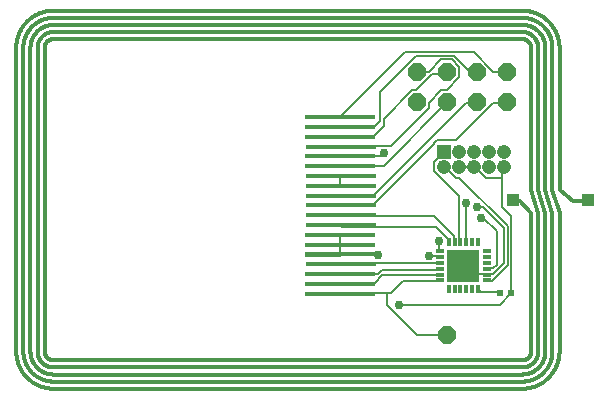
<source format=gbr>
G04 EAGLE Gerber RS-274X export*
G75*
%MOMM*%
%FSLAX34Y34*%
%LPD*%
%INTop Copper*%
%IPPOS*%
%AMOC8*
5,1,8,0,0,1.08239X$1,22.5*%
G01*
G04 Define Apertures*
%ADD10C,0.299000*%
%ADD11R,1.108000X1.108000*%
%ADD12R,0.560000X0.629100*%
%ADD13R,0.300000X0.800000*%
%ADD14R,0.800000X0.300000*%
%ADD15R,2.750000X2.750000*%
%ADD16R,1.208000X1.208000*%
%ADD17C,1.208000*%
%ADD18P,1.64956X8X22.5*%
%ADD19R,6.000000X0.410000*%
%ADD20C,0.152400*%
%ADD21C,0.756400*%
D10*
X519050Y501760D02*
X913850Y501760D01*
X916050Y501760D01*
X916050Y229760D02*
X913850Y229760D01*
X519050Y229760D01*
X511550Y237260D02*
X511550Y494260D01*
X511552Y494441D01*
X511559Y494622D01*
X511570Y494803D01*
X511585Y494984D01*
X511605Y495164D01*
X511629Y495344D01*
X511657Y495523D01*
X511690Y495701D01*
X511727Y495878D01*
X511768Y496055D01*
X511813Y496230D01*
X511863Y496405D01*
X511917Y496578D01*
X511975Y496749D01*
X512037Y496920D01*
X512104Y497088D01*
X512174Y497255D01*
X512248Y497421D01*
X512327Y497584D01*
X512409Y497745D01*
X512495Y497905D01*
X512585Y498062D01*
X512679Y498217D01*
X512776Y498370D01*
X512878Y498520D01*
X512982Y498668D01*
X513091Y498814D01*
X513202Y498956D01*
X513318Y499096D01*
X513436Y499233D01*
X513558Y499368D01*
X513683Y499499D01*
X513811Y499627D01*
X513942Y499752D01*
X514077Y499874D01*
X514214Y499992D01*
X514354Y500108D01*
X514496Y500219D01*
X514642Y500328D01*
X514790Y500432D01*
X514940Y500534D01*
X515093Y500631D01*
X515248Y500725D01*
X515405Y500815D01*
X515565Y500901D01*
X515726Y500983D01*
X515889Y501062D01*
X516055Y501136D01*
X516222Y501206D01*
X516390Y501273D01*
X516561Y501335D01*
X516732Y501393D01*
X516905Y501447D01*
X517080Y501497D01*
X517255Y501542D01*
X517432Y501583D01*
X517609Y501620D01*
X517787Y501653D01*
X517966Y501681D01*
X518146Y501705D01*
X518326Y501725D01*
X518507Y501740D01*
X518688Y501751D01*
X518869Y501758D01*
X519050Y501760D01*
X511550Y237260D02*
X511552Y237079D01*
X511559Y236898D01*
X511570Y236717D01*
X511585Y236536D01*
X511605Y236356D01*
X511629Y236176D01*
X511657Y235997D01*
X511690Y235819D01*
X511727Y235642D01*
X511768Y235465D01*
X511813Y235290D01*
X511863Y235115D01*
X511917Y234942D01*
X511975Y234771D01*
X512037Y234600D01*
X512104Y234432D01*
X512174Y234265D01*
X512248Y234099D01*
X512327Y233936D01*
X512409Y233775D01*
X512495Y233615D01*
X512585Y233458D01*
X512679Y233303D01*
X512776Y233150D01*
X512878Y233000D01*
X512982Y232852D01*
X513091Y232706D01*
X513202Y232564D01*
X513318Y232424D01*
X513436Y232287D01*
X513558Y232152D01*
X513683Y232021D01*
X513811Y231893D01*
X513942Y231768D01*
X514077Y231646D01*
X514214Y231528D01*
X514354Y231412D01*
X514496Y231301D01*
X514642Y231192D01*
X514790Y231088D01*
X514940Y230986D01*
X515093Y230889D01*
X515248Y230795D01*
X515405Y230705D01*
X515565Y230619D01*
X515726Y230537D01*
X515889Y230458D01*
X516055Y230384D01*
X516222Y230314D01*
X516390Y230247D01*
X516561Y230185D01*
X516732Y230127D01*
X516905Y230073D01*
X517080Y230023D01*
X517255Y229978D01*
X517432Y229937D01*
X517609Y229900D01*
X517787Y229867D01*
X517966Y229839D01*
X518146Y229815D01*
X518326Y229795D01*
X518507Y229780D01*
X518688Y229769D01*
X518869Y229762D01*
X519050Y229760D01*
X916050Y229760D02*
X916231Y229762D01*
X916412Y229769D01*
X916593Y229780D01*
X916774Y229795D01*
X916954Y229815D01*
X917134Y229839D01*
X917313Y229867D01*
X917491Y229900D01*
X917668Y229937D01*
X917845Y229978D01*
X918020Y230023D01*
X918195Y230073D01*
X918368Y230127D01*
X918539Y230185D01*
X918710Y230247D01*
X918878Y230314D01*
X919045Y230384D01*
X919211Y230458D01*
X919374Y230537D01*
X919535Y230619D01*
X919695Y230705D01*
X919852Y230795D01*
X920007Y230889D01*
X920160Y230986D01*
X920310Y231088D01*
X920458Y231192D01*
X920604Y231301D01*
X920746Y231412D01*
X920886Y231528D01*
X921023Y231646D01*
X921158Y231768D01*
X921289Y231893D01*
X921417Y232021D01*
X921542Y232152D01*
X921664Y232287D01*
X921782Y232424D01*
X921898Y232564D01*
X922009Y232706D01*
X922118Y232852D01*
X922222Y233000D01*
X922324Y233150D01*
X922421Y233303D01*
X922515Y233458D01*
X922605Y233615D01*
X922691Y233775D01*
X922773Y233936D01*
X922852Y234099D01*
X922926Y234265D01*
X922996Y234432D01*
X923063Y234600D01*
X923125Y234771D01*
X923183Y234942D01*
X923237Y235115D01*
X923287Y235290D01*
X923332Y235465D01*
X923373Y235642D01*
X923410Y235819D01*
X923443Y235997D01*
X923471Y236176D01*
X923495Y236356D01*
X923515Y236536D01*
X923530Y236717D01*
X923541Y236898D01*
X923548Y237079D01*
X923550Y237260D01*
X923550Y494260D02*
X923548Y494441D01*
X923541Y494622D01*
X923530Y494803D01*
X923515Y494984D01*
X923495Y495164D01*
X923471Y495344D01*
X923443Y495523D01*
X923410Y495701D01*
X923373Y495878D01*
X923332Y496055D01*
X923287Y496230D01*
X923237Y496405D01*
X923183Y496578D01*
X923125Y496749D01*
X923063Y496920D01*
X922996Y497088D01*
X922926Y497255D01*
X922852Y497421D01*
X922773Y497584D01*
X922691Y497745D01*
X922605Y497905D01*
X922515Y498062D01*
X922421Y498217D01*
X922324Y498370D01*
X922222Y498520D01*
X922118Y498668D01*
X922009Y498814D01*
X921898Y498956D01*
X921782Y499096D01*
X921664Y499233D01*
X921542Y499368D01*
X921417Y499499D01*
X921289Y499627D01*
X921158Y499752D01*
X921023Y499874D01*
X920886Y499992D01*
X920746Y500108D01*
X920604Y500219D01*
X920458Y500328D01*
X920310Y500432D01*
X920160Y500534D01*
X920007Y500631D01*
X919852Y500725D01*
X919695Y500815D01*
X919535Y500901D01*
X919374Y500983D01*
X919211Y501062D01*
X919045Y501136D01*
X918878Y501206D01*
X918710Y501273D01*
X918539Y501335D01*
X918368Y501393D01*
X918195Y501447D01*
X918020Y501497D01*
X917845Y501542D01*
X917668Y501583D01*
X917491Y501620D01*
X917313Y501653D01*
X917134Y501681D01*
X916954Y501705D01*
X916774Y501725D01*
X916593Y501740D01*
X916412Y501751D01*
X916231Y501758D01*
X916050Y501760D01*
X916050Y507760D02*
X916376Y507756D01*
X916702Y507744D01*
X917028Y507725D01*
X917353Y507697D01*
X917677Y507662D01*
X918001Y507618D01*
X918323Y507567D01*
X918644Y507508D01*
X918963Y507442D01*
X919281Y507368D01*
X919597Y507286D01*
X919910Y507196D01*
X920222Y507099D01*
X920531Y506995D01*
X920837Y506883D01*
X921141Y506763D01*
X921441Y506637D01*
X921739Y506503D01*
X922033Y506362D01*
X922324Y506214D01*
X922611Y506059D01*
X922894Y505897D01*
X923173Y505728D01*
X923448Y505552D01*
X923719Y505370D01*
X923985Y505182D01*
X924247Y504987D01*
X924504Y504786D01*
X924755Y504578D01*
X925002Y504365D01*
X925244Y504146D01*
X925480Y503921D01*
X925711Y503690D01*
X925936Y503454D01*
X926155Y503212D01*
X926368Y502965D01*
X926576Y502714D01*
X926777Y502457D01*
X926972Y502195D01*
X927160Y501929D01*
X927342Y501658D01*
X927518Y501383D01*
X927687Y501104D01*
X927849Y500821D01*
X928004Y500534D01*
X928152Y500243D01*
X928293Y499949D01*
X928427Y499651D01*
X928553Y499351D01*
X928673Y499047D01*
X928785Y498741D01*
X928889Y498432D01*
X928986Y498120D01*
X929076Y497807D01*
X929158Y497491D01*
X929232Y497173D01*
X929298Y496854D01*
X929357Y496533D01*
X929408Y496211D01*
X929452Y495887D01*
X929487Y495563D01*
X929515Y495238D01*
X929534Y494912D01*
X929546Y494586D01*
X929550Y494260D01*
X916050Y507760D02*
X519050Y507760D01*
X518724Y507756D01*
X518398Y507744D01*
X518072Y507725D01*
X517747Y507697D01*
X517423Y507662D01*
X517099Y507618D01*
X516777Y507567D01*
X516456Y507508D01*
X516137Y507442D01*
X515819Y507368D01*
X515503Y507286D01*
X515190Y507196D01*
X514878Y507099D01*
X514569Y506995D01*
X514263Y506883D01*
X513959Y506763D01*
X513659Y506637D01*
X513361Y506503D01*
X513067Y506362D01*
X512776Y506214D01*
X512489Y506059D01*
X512206Y505897D01*
X511927Y505728D01*
X511652Y505552D01*
X511381Y505370D01*
X511115Y505182D01*
X510853Y504987D01*
X510596Y504786D01*
X510345Y504578D01*
X510098Y504365D01*
X509856Y504146D01*
X509620Y503921D01*
X509389Y503690D01*
X509164Y503454D01*
X508945Y503212D01*
X508732Y502965D01*
X508524Y502714D01*
X508323Y502457D01*
X508128Y502195D01*
X507940Y501929D01*
X507758Y501658D01*
X507582Y501383D01*
X507413Y501104D01*
X507251Y500821D01*
X507096Y500534D01*
X506948Y500243D01*
X506807Y499949D01*
X506673Y499651D01*
X506547Y499351D01*
X506427Y499047D01*
X506315Y498741D01*
X506211Y498432D01*
X506114Y498120D01*
X506024Y497807D01*
X505942Y497491D01*
X505868Y497173D01*
X505802Y496854D01*
X505743Y496533D01*
X505692Y496211D01*
X505648Y495887D01*
X505613Y495563D01*
X505585Y495238D01*
X505566Y494912D01*
X505554Y494586D01*
X505550Y494260D01*
X505550Y237260D01*
X505554Y236934D01*
X505566Y236608D01*
X505585Y236282D01*
X505613Y235957D01*
X505648Y235633D01*
X505692Y235309D01*
X505743Y234987D01*
X505802Y234666D01*
X505868Y234347D01*
X505942Y234029D01*
X506024Y233713D01*
X506114Y233400D01*
X506211Y233088D01*
X506315Y232779D01*
X506427Y232473D01*
X506547Y232169D01*
X506673Y231869D01*
X506807Y231571D01*
X506948Y231277D01*
X507096Y230986D01*
X507251Y230699D01*
X507413Y230416D01*
X507582Y230137D01*
X507758Y229862D01*
X507940Y229591D01*
X508128Y229325D01*
X508323Y229063D01*
X508524Y228806D01*
X508732Y228555D01*
X508945Y228308D01*
X509164Y228066D01*
X509389Y227830D01*
X509620Y227599D01*
X509856Y227374D01*
X510098Y227155D01*
X510345Y226942D01*
X510596Y226734D01*
X510853Y226533D01*
X511115Y226338D01*
X511381Y226150D01*
X511652Y225968D01*
X511927Y225792D01*
X512206Y225623D01*
X512489Y225461D01*
X512776Y225306D01*
X513067Y225158D01*
X513361Y225017D01*
X513659Y224883D01*
X513959Y224757D01*
X514263Y224637D01*
X514569Y224525D01*
X514878Y224421D01*
X515190Y224324D01*
X515503Y224234D01*
X515819Y224152D01*
X516137Y224078D01*
X516456Y224012D01*
X516777Y223953D01*
X517099Y223902D01*
X517423Y223858D01*
X517747Y223823D01*
X518072Y223795D01*
X518398Y223776D01*
X518724Y223764D01*
X519050Y223760D01*
X916050Y223760D01*
X916376Y223764D01*
X916702Y223776D01*
X917028Y223795D01*
X917353Y223823D01*
X917677Y223858D01*
X918001Y223902D01*
X918323Y223953D01*
X918644Y224012D01*
X918963Y224078D01*
X919281Y224152D01*
X919597Y224234D01*
X919910Y224324D01*
X920222Y224421D01*
X920531Y224525D01*
X920837Y224637D01*
X921141Y224757D01*
X921441Y224883D01*
X921739Y225017D01*
X922033Y225158D01*
X922324Y225306D01*
X922611Y225461D01*
X922894Y225623D01*
X923173Y225792D01*
X923448Y225968D01*
X923719Y226150D01*
X923985Y226338D01*
X924247Y226533D01*
X924504Y226734D01*
X924755Y226942D01*
X925002Y227155D01*
X925244Y227374D01*
X925480Y227599D01*
X925711Y227830D01*
X925936Y228066D01*
X926155Y228308D01*
X926368Y228555D01*
X926576Y228806D01*
X926777Y229063D01*
X926972Y229325D01*
X927160Y229591D01*
X927342Y229862D01*
X927518Y230137D01*
X927687Y230416D01*
X927849Y230699D01*
X928004Y230986D01*
X928152Y231277D01*
X928293Y231571D01*
X928427Y231869D01*
X928553Y232169D01*
X928673Y232473D01*
X928785Y232779D01*
X928889Y233088D01*
X928986Y233400D01*
X929076Y233713D01*
X929158Y234029D01*
X929232Y234347D01*
X929298Y234666D01*
X929357Y234987D01*
X929408Y235309D01*
X929452Y235633D01*
X929487Y235957D01*
X929515Y236282D01*
X929534Y236608D01*
X929546Y236934D01*
X929550Y237260D01*
X935550Y494260D02*
X935544Y494731D01*
X935527Y495202D01*
X935499Y495672D01*
X935459Y496142D01*
X935408Y496610D01*
X935345Y497078D01*
X935272Y497543D01*
X935187Y498006D01*
X935091Y498468D01*
X934983Y498927D01*
X934865Y499383D01*
X934736Y499836D01*
X934596Y500286D01*
X934445Y500732D01*
X934283Y501175D01*
X934110Y501613D01*
X933927Y502048D01*
X933734Y502477D01*
X933530Y502902D01*
X933316Y503322D01*
X933092Y503737D01*
X932858Y504146D01*
X932615Y504549D01*
X932361Y504946D01*
X932098Y505337D01*
X931826Y505722D01*
X931544Y506100D01*
X931254Y506471D01*
X930954Y506834D01*
X930646Y507191D01*
X930329Y507540D01*
X930004Y507881D01*
X929671Y508214D01*
X929330Y508539D01*
X928981Y508856D01*
X928624Y509164D01*
X928261Y509464D01*
X927890Y509754D01*
X927512Y510036D01*
X927127Y510308D01*
X926736Y510571D01*
X926339Y510825D01*
X925936Y511068D01*
X925527Y511302D01*
X925112Y511526D01*
X924692Y511740D01*
X924267Y511944D01*
X923838Y512137D01*
X923403Y512320D01*
X922965Y512493D01*
X922522Y512655D01*
X922076Y512806D01*
X921626Y512946D01*
X921173Y513075D01*
X920717Y513193D01*
X920258Y513301D01*
X919796Y513397D01*
X919333Y513482D01*
X918868Y513555D01*
X918400Y513618D01*
X917932Y513669D01*
X917462Y513709D01*
X916992Y513737D01*
X916521Y513754D01*
X916050Y513760D01*
X519050Y513760D01*
X518579Y513754D01*
X518108Y513737D01*
X517638Y513709D01*
X517168Y513669D01*
X516700Y513618D01*
X516232Y513555D01*
X515767Y513482D01*
X515304Y513397D01*
X514842Y513301D01*
X514383Y513193D01*
X513927Y513075D01*
X513474Y512946D01*
X513024Y512806D01*
X512578Y512655D01*
X512135Y512493D01*
X511697Y512320D01*
X511262Y512137D01*
X510833Y511944D01*
X510408Y511740D01*
X509988Y511526D01*
X509573Y511302D01*
X509164Y511068D01*
X508761Y510825D01*
X508364Y510571D01*
X507973Y510308D01*
X507588Y510036D01*
X507210Y509754D01*
X506839Y509464D01*
X506476Y509164D01*
X506119Y508856D01*
X505770Y508539D01*
X505429Y508214D01*
X505096Y507881D01*
X504771Y507540D01*
X504454Y507191D01*
X504146Y506834D01*
X503846Y506471D01*
X503556Y506100D01*
X503274Y505722D01*
X503002Y505337D01*
X502739Y504946D01*
X502485Y504549D01*
X502242Y504146D01*
X502008Y503737D01*
X501784Y503322D01*
X501570Y502902D01*
X501366Y502477D01*
X501173Y502048D01*
X500990Y501613D01*
X500817Y501175D01*
X500655Y500732D01*
X500504Y500286D01*
X500364Y499836D01*
X500235Y499383D01*
X500117Y498927D01*
X500009Y498468D01*
X499913Y498006D01*
X499828Y497543D01*
X499755Y497078D01*
X499692Y496610D01*
X499641Y496142D01*
X499601Y495672D01*
X499573Y495202D01*
X499556Y494731D01*
X499550Y494260D01*
X499550Y237260D01*
X499556Y236789D01*
X499573Y236318D01*
X499601Y235848D01*
X499641Y235378D01*
X499692Y234910D01*
X499755Y234442D01*
X499828Y233977D01*
X499913Y233514D01*
X500009Y233052D01*
X500117Y232593D01*
X500235Y232137D01*
X500364Y231684D01*
X500504Y231234D01*
X500655Y230788D01*
X500817Y230345D01*
X500990Y229907D01*
X501173Y229472D01*
X501366Y229043D01*
X501570Y228618D01*
X501784Y228198D01*
X502008Y227783D01*
X502242Y227374D01*
X502485Y226971D01*
X502739Y226574D01*
X503002Y226183D01*
X503274Y225798D01*
X503556Y225420D01*
X503846Y225049D01*
X504146Y224686D01*
X504454Y224329D01*
X504771Y223980D01*
X505096Y223639D01*
X505429Y223306D01*
X505770Y222981D01*
X506119Y222664D01*
X506476Y222356D01*
X506839Y222056D01*
X507210Y221766D01*
X507588Y221484D01*
X507973Y221212D01*
X508364Y220949D01*
X508761Y220695D01*
X509164Y220452D01*
X509573Y220218D01*
X509988Y219994D01*
X510408Y219780D01*
X510833Y219576D01*
X511262Y219383D01*
X511697Y219200D01*
X512135Y219027D01*
X512578Y218865D01*
X513024Y218714D01*
X513474Y218574D01*
X513927Y218445D01*
X514383Y218327D01*
X514842Y218219D01*
X515304Y218123D01*
X515767Y218038D01*
X516232Y217965D01*
X516700Y217902D01*
X517168Y217851D01*
X517638Y217811D01*
X518108Y217783D01*
X518579Y217766D01*
X519050Y217760D01*
X916050Y217760D01*
X916521Y217766D01*
X916992Y217783D01*
X917462Y217811D01*
X917932Y217851D01*
X918400Y217902D01*
X918868Y217965D01*
X919333Y218038D01*
X919796Y218123D01*
X920258Y218219D01*
X920717Y218327D01*
X921173Y218445D01*
X921626Y218574D01*
X922076Y218714D01*
X922522Y218865D01*
X922965Y219027D01*
X923403Y219200D01*
X923838Y219383D01*
X924267Y219576D01*
X924692Y219780D01*
X925112Y219994D01*
X925527Y220218D01*
X925936Y220452D01*
X926339Y220695D01*
X926736Y220949D01*
X927127Y221212D01*
X927512Y221484D01*
X927890Y221766D01*
X928261Y222056D01*
X928624Y222356D01*
X928981Y222664D01*
X929330Y222981D01*
X929671Y223306D01*
X930004Y223639D01*
X930329Y223980D01*
X930646Y224329D01*
X930954Y224686D01*
X931254Y225049D01*
X931544Y225420D01*
X931826Y225798D01*
X932098Y226183D01*
X932361Y226574D01*
X932615Y226971D01*
X932858Y227374D01*
X933092Y227783D01*
X933316Y228198D01*
X933530Y228618D01*
X933734Y229043D01*
X933927Y229472D01*
X934110Y229907D01*
X934283Y230345D01*
X934445Y230788D01*
X934596Y231234D01*
X934736Y231684D01*
X934865Y232137D01*
X934983Y232593D01*
X935091Y233052D01*
X935187Y233514D01*
X935272Y233977D01*
X935345Y234442D01*
X935408Y234910D01*
X935459Y235378D01*
X935499Y235848D01*
X935527Y236318D01*
X935544Y236789D01*
X935550Y237260D01*
X941550Y494260D02*
X941543Y494876D01*
X941520Y495492D01*
X941483Y496107D01*
X941431Y496721D01*
X941364Y497334D01*
X941282Y497944D01*
X941186Y498553D01*
X941075Y499159D01*
X940949Y499762D01*
X940809Y500363D01*
X940654Y500959D01*
X940485Y501552D01*
X940302Y502140D01*
X940104Y502724D01*
X939893Y503302D01*
X939667Y503876D01*
X939428Y504444D01*
X939175Y505006D01*
X938909Y505561D01*
X938629Y506110D01*
X938336Y506653D01*
X938030Y507187D01*
X937711Y507715D01*
X937380Y508234D01*
X937036Y508746D01*
X936680Y509249D01*
X936312Y509743D01*
X935932Y510228D01*
X935540Y510703D01*
X935137Y511170D01*
X934723Y511626D01*
X934298Y512072D01*
X933862Y512508D01*
X933416Y512933D01*
X932960Y513347D01*
X932493Y513750D01*
X932018Y514142D01*
X931533Y514522D01*
X931039Y514890D01*
X930536Y515246D01*
X930024Y515590D01*
X929505Y515921D01*
X928977Y516240D01*
X928443Y516546D01*
X927900Y516839D01*
X927351Y517119D01*
X926796Y517385D01*
X926234Y517638D01*
X925666Y517877D01*
X925092Y518103D01*
X924514Y518314D01*
X923930Y518512D01*
X923342Y518695D01*
X922749Y518864D01*
X922153Y519019D01*
X921552Y519159D01*
X920949Y519285D01*
X920343Y519396D01*
X919734Y519492D01*
X919124Y519574D01*
X918511Y519641D01*
X917897Y519693D01*
X917282Y519730D01*
X916666Y519753D01*
X916050Y519760D01*
X519050Y519760D01*
X518434Y519753D01*
X517818Y519730D01*
X517203Y519693D01*
X516589Y519641D01*
X515976Y519574D01*
X515366Y519492D01*
X514757Y519396D01*
X514151Y519285D01*
X513548Y519159D01*
X512947Y519019D01*
X512351Y518864D01*
X511758Y518695D01*
X511170Y518512D01*
X510586Y518314D01*
X510008Y518103D01*
X509434Y517877D01*
X508866Y517638D01*
X508304Y517385D01*
X507749Y517119D01*
X507200Y516839D01*
X506657Y516546D01*
X506123Y516240D01*
X505595Y515921D01*
X505076Y515590D01*
X504564Y515246D01*
X504061Y514890D01*
X503567Y514522D01*
X503082Y514142D01*
X502607Y513750D01*
X502140Y513347D01*
X501684Y512933D01*
X501238Y512508D01*
X500802Y512072D01*
X500377Y511626D01*
X499963Y511170D01*
X499560Y510703D01*
X499168Y510228D01*
X498788Y509743D01*
X498420Y509249D01*
X498064Y508746D01*
X497720Y508234D01*
X497389Y507715D01*
X497070Y507187D01*
X496764Y506653D01*
X496471Y506110D01*
X496191Y505561D01*
X495925Y505006D01*
X495672Y504444D01*
X495433Y503876D01*
X495207Y503302D01*
X494996Y502724D01*
X494798Y502140D01*
X494615Y501552D01*
X494446Y500959D01*
X494291Y500363D01*
X494151Y499762D01*
X494025Y499159D01*
X493914Y498553D01*
X493818Y497944D01*
X493736Y497334D01*
X493669Y496721D01*
X493617Y496107D01*
X493580Y495492D01*
X493557Y494876D01*
X493550Y494260D01*
X493550Y237260D01*
X493557Y236644D01*
X493580Y236028D01*
X493617Y235413D01*
X493669Y234799D01*
X493736Y234186D01*
X493818Y233576D01*
X493914Y232967D01*
X494025Y232361D01*
X494151Y231758D01*
X494291Y231157D01*
X494446Y230561D01*
X494615Y229968D01*
X494798Y229380D01*
X494996Y228796D01*
X495207Y228218D01*
X495433Y227644D01*
X495672Y227076D01*
X495925Y226514D01*
X496191Y225959D01*
X496471Y225410D01*
X496764Y224867D01*
X497070Y224333D01*
X497389Y223805D01*
X497720Y223286D01*
X498064Y222774D01*
X498420Y222271D01*
X498788Y221777D01*
X499168Y221292D01*
X499560Y220817D01*
X499963Y220350D01*
X500377Y219894D01*
X500802Y219448D01*
X501238Y219012D01*
X501684Y218587D01*
X502140Y218173D01*
X502607Y217770D01*
X503082Y217378D01*
X503567Y216998D01*
X504061Y216630D01*
X504564Y216274D01*
X505076Y215930D01*
X505595Y215599D01*
X506123Y215280D01*
X506657Y214974D01*
X507200Y214681D01*
X507749Y214401D01*
X508304Y214135D01*
X508866Y213882D01*
X509434Y213643D01*
X510008Y213417D01*
X510586Y213206D01*
X511170Y213008D01*
X511758Y212825D01*
X512351Y212656D01*
X512947Y212501D01*
X513548Y212361D01*
X514151Y212235D01*
X514757Y212124D01*
X515366Y212028D01*
X515976Y211946D01*
X516589Y211879D01*
X517203Y211827D01*
X517818Y211790D01*
X518434Y211767D01*
X519050Y211760D01*
X916050Y211760D01*
X916666Y211767D01*
X917282Y211790D01*
X917897Y211827D01*
X918511Y211879D01*
X919124Y211946D01*
X919734Y212028D01*
X920343Y212124D01*
X920949Y212235D01*
X921552Y212361D01*
X922153Y212501D01*
X922749Y212656D01*
X923342Y212825D01*
X923930Y213008D01*
X924514Y213206D01*
X925092Y213417D01*
X925666Y213643D01*
X926234Y213882D01*
X926796Y214135D01*
X927351Y214401D01*
X927900Y214681D01*
X928443Y214974D01*
X928977Y215280D01*
X929505Y215599D01*
X930024Y215930D01*
X930536Y216274D01*
X931039Y216630D01*
X931533Y216998D01*
X932018Y217378D01*
X932493Y217770D01*
X932960Y218173D01*
X933416Y218587D01*
X933862Y219012D01*
X934298Y219448D01*
X934723Y219894D01*
X935137Y220350D01*
X935540Y220817D01*
X935932Y221292D01*
X936312Y221777D01*
X936680Y222271D01*
X937036Y222774D01*
X937380Y223286D01*
X937711Y223805D01*
X938030Y224333D01*
X938336Y224867D01*
X938629Y225410D01*
X938909Y225959D01*
X939175Y226514D01*
X939428Y227076D01*
X939667Y227644D01*
X939893Y228218D01*
X940104Y228796D01*
X940302Y229380D01*
X940485Y229968D01*
X940654Y230561D01*
X940809Y231157D01*
X940949Y231758D01*
X941075Y232361D01*
X941186Y232967D01*
X941282Y233576D01*
X941364Y234186D01*
X941431Y234799D01*
X941483Y235413D01*
X941520Y236028D01*
X941543Y236644D01*
X941550Y237260D01*
X947550Y494260D02*
X947541Y495021D01*
X947513Y495782D01*
X947467Y496542D01*
X947403Y497300D01*
X947320Y498057D01*
X947219Y498811D01*
X947100Y499563D01*
X946963Y500312D01*
X946808Y501057D01*
X946635Y501798D01*
X946444Y502535D01*
X946235Y503267D01*
X946008Y503994D01*
X945764Y504715D01*
X945503Y505430D01*
X945225Y506138D01*
X944929Y506840D01*
X944617Y507534D01*
X944287Y508221D01*
X943942Y508899D01*
X943580Y509568D01*
X943202Y510229D01*
X942808Y510881D01*
X942399Y511522D01*
X941974Y512154D01*
X941534Y512775D01*
X941079Y513386D01*
X940610Y513985D01*
X940126Y514573D01*
X939628Y515148D01*
X939116Y515712D01*
X938591Y516263D01*
X938053Y516801D01*
X937502Y517326D01*
X936938Y517838D01*
X936363Y518336D01*
X935775Y518820D01*
X935176Y519289D01*
X934565Y519744D01*
X933944Y520184D01*
X933312Y520609D01*
X932671Y521018D01*
X932019Y521412D01*
X931358Y521790D01*
X930689Y522152D01*
X930011Y522497D01*
X929324Y522827D01*
X928630Y523139D01*
X927928Y523435D01*
X927220Y523713D01*
X926505Y523974D01*
X925784Y524218D01*
X925057Y524445D01*
X924325Y524654D01*
X923588Y524845D01*
X922847Y525018D01*
X922102Y525173D01*
X921353Y525310D01*
X920601Y525429D01*
X919847Y525530D01*
X919090Y525613D01*
X918332Y525677D01*
X917572Y525723D01*
X916811Y525751D01*
X916050Y525760D01*
X519050Y525760D01*
X518289Y525751D01*
X517528Y525723D01*
X516768Y525677D01*
X516010Y525613D01*
X515253Y525530D01*
X514499Y525429D01*
X513747Y525310D01*
X512998Y525173D01*
X512253Y525018D01*
X511512Y524845D01*
X510775Y524654D01*
X510043Y524445D01*
X509316Y524218D01*
X508595Y523974D01*
X507880Y523713D01*
X507172Y523435D01*
X506470Y523139D01*
X505776Y522827D01*
X505089Y522497D01*
X504411Y522152D01*
X503742Y521790D01*
X503081Y521412D01*
X502429Y521018D01*
X501788Y520609D01*
X501156Y520184D01*
X500535Y519744D01*
X499924Y519289D01*
X499325Y518820D01*
X498737Y518336D01*
X498162Y517838D01*
X497598Y517326D01*
X497047Y516801D01*
X496509Y516263D01*
X495984Y515712D01*
X495472Y515148D01*
X494974Y514573D01*
X494490Y513985D01*
X494021Y513386D01*
X493566Y512775D01*
X493126Y512154D01*
X492701Y511522D01*
X492292Y510881D01*
X491898Y510229D01*
X491520Y509568D01*
X491158Y508899D01*
X490813Y508221D01*
X490483Y507534D01*
X490171Y506840D01*
X489875Y506138D01*
X489597Y505430D01*
X489336Y504715D01*
X489092Y503994D01*
X488865Y503267D01*
X488656Y502535D01*
X488465Y501798D01*
X488292Y501057D01*
X488137Y500312D01*
X488000Y499563D01*
X487881Y498811D01*
X487780Y498057D01*
X487697Y497300D01*
X487633Y496542D01*
X487587Y495782D01*
X487559Y495021D01*
X487550Y494260D01*
X487550Y237260D01*
X487559Y236499D01*
X487587Y235738D01*
X487633Y234978D01*
X487697Y234220D01*
X487780Y233463D01*
X487881Y232709D01*
X488000Y231957D01*
X488137Y231208D01*
X488292Y230463D01*
X488465Y229722D01*
X488656Y228985D01*
X488865Y228253D01*
X489092Y227526D01*
X489336Y226805D01*
X489597Y226090D01*
X489875Y225382D01*
X490171Y224680D01*
X490483Y223986D01*
X490813Y223299D01*
X491158Y222621D01*
X491520Y221952D01*
X491898Y221291D01*
X492292Y220639D01*
X492701Y219998D01*
X493126Y219366D01*
X493566Y218745D01*
X494021Y218134D01*
X494490Y217535D01*
X494974Y216947D01*
X495472Y216372D01*
X495984Y215808D01*
X496509Y215257D01*
X497047Y214719D01*
X497598Y214194D01*
X498162Y213682D01*
X498737Y213184D01*
X499325Y212700D01*
X499924Y212231D01*
X500535Y211776D01*
X501156Y211336D01*
X501788Y210911D01*
X502429Y210502D01*
X503081Y210108D01*
X503742Y209730D01*
X504411Y209368D01*
X505089Y209023D01*
X505776Y208693D01*
X506470Y208381D01*
X507172Y208085D01*
X507880Y207807D01*
X508595Y207546D01*
X509316Y207302D01*
X510043Y207075D01*
X510775Y206866D01*
X511512Y206675D01*
X512253Y206502D01*
X512998Y206347D01*
X513747Y206210D01*
X514499Y206091D01*
X515253Y205990D01*
X516010Y205907D01*
X516768Y205843D01*
X517528Y205797D01*
X518289Y205769D01*
X519050Y205760D01*
X916050Y205760D01*
X916811Y205769D01*
X917572Y205797D01*
X918332Y205843D01*
X919090Y205907D01*
X919847Y205990D01*
X920601Y206091D01*
X921353Y206210D01*
X922102Y206347D01*
X922847Y206502D01*
X923588Y206675D01*
X924325Y206866D01*
X925057Y207075D01*
X925784Y207302D01*
X926505Y207546D01*
X927220Y207807D01*
X927928Y208085D01*
X928630Y208381D01*
X929324Y208693D01*
X930011Y209023D01*
X930689Y209368D01*
X931358Y209730D01*
X932019Y210108D01*
X932671Y210502D01*
X933312Y210911D01*
X933944Y211336D01*
X934565Y211776D01*
X935176Y212231D01*
X935775Y212700D01*
X936363Y213184D01*
X936938Y213682D01*
X937502Y214194D01*
X938053Y214719D01*
X938591Y215257D01*
X939116Y215808D01*
X939628Y216372D01*
X940126Y216947D01*
X940610Y217535D01*
X941079Y218134D01*
X941534Y218745D01*
X941974Y219366D01*
X942399Y219998D01*
X942808Y220639D01*
X943202Y221291D01*
X943580Y221952D01*
X943942Y222621D01*
X944287Y223299D01*
X944617Y223986D01*
X944929Y224680D01*
X945225Y225382D01*
X945503Y226090D01*
X945764Y226805D01*
X946008Y227526D01*
X946235Y228253D01*
X946444Y228985D01*
X946635Y229722D01*
X946808Y230463D01*
X946963Y231208D01*
X947100Y231957D01*
X947219Y232709D01*
X947320Y233463D01*
X947403Y234220D01*
X947467Y234978D01*
X947513Y235738D01*
X947541Y236499D01*
X947550Y237260D01*
X913850Y364260D02*
X913850Y364760D01*
X958950Y364760D02*
X974550Y364760D01*
X923550Y354760D02*
X913850Y364260D01*
X923550Y373760D02*
X929550Y354760D01*
X935550Y354760D02*
X929550Y373760D01*
X935550Y373760D02*
X941550Y354760D01*
X947550Y373760D02*
X958950Y364760D01*
X947550Y354760D02*
X941550Y373760D01*
X923550Y354760D02*
X923550Y237260D01*
X923550Y373760D02*
X923550Y494260D01*
X929550Y494260D02*
X929550Y373760D01*
X929550Y354760D02*
X929550Y237260D01*
X935550Y373760D02*
X935550Y494260D01*
X935550Y354760D02*
X935550Y237260D01*
X941550Y373760D02*
X941550Y494260D01*
X941550Y354760D02*
X941550Y237260D01*
X947550Y373760D02*
X947550Y494260D01*
X947550Y354760D02*
X947550Y237260D01*
D11*
X971550Y365760D03*
X908050Y365760D03*
D12*
X896854Y287020D03*
X906546Y287020D03*
D13*
X853640Y289880D03*
X858640Y289880D03*
X863640Y289880D03*
X868640Y289880D03*
X873640Y289880D03*
X878640Y289880D03*
D14*
X886140Y297380D03*
X886140Y302380D03*
X886140Y307380D03*
X886140Y312380D03*
X886140Y317380D03*
X886140Y322380D03*
D13*
X878640Y329880D03*
X873640Y329880D03*
X868640Y329880D03*
X863640Y329880D03*
X858640Y329880D03*
X853640Y329880D03*
D14*
X846140Y322380D03*
X846140Y317380D03*
X846140Y312380D03*
X846140Y307380D03*
X846140Y302380D03*
X846140Y297380D03*
D15*
X866140Y309880D03*
D16*
X849721Y406400D03*
D17*
X849721Y393700D03*
X862421Y406400D03*
X862421Y393700D03*
X875121Y406400D03*
X875121Y393700D03*
X887821Y406400D03*
X887821Y393700D03*
X900521Y406400D03*
X900521Y393700D03*
D18*
X826770Y448310D03*
X826770Y473710D03*
X852170Y448310D03*
X852170Y473710D03*
X877570Y448310D03*
X877570Y473710D03*
X902970Y448310D03*
X902970Y473710D03*
D19*
X762000Y435610D03*
X762000Y427310D03*
X762000Y419010D03*
X762300Y410710D03*
X762000Y402410D03*
X762000Y394110D03*
X762100Y385810D03*
X762100Y377510D03*
X762100Y369210D03*
X762400Y360910D03*
X762100Y352610D03*
X762100Y344310D03*
X762000Y336010D03*
X762000Y327710D03*
X762000Y319410D03*
X762300Y311110D03*
X761900Y302810D03*
X761900Y294510D03*
X761900Y286210D03*
D18*
X852170Y251460D03*
D20*
X762000Y319410D02*
X762000Y327710D01*
X762000Y336010D01*
X873252Y303276D02*
X885444Y303276D01*
X873252Y303276D02*
X867156Y309372D01*
X885444Y303276D02*
X886140Y302380D01*
X867156Y309372D02*
X866140Y309880D01*
X862584Y393192D02*
X874776Y393192D01*
X862584Y393192D02*
X862421Y393700D01*
X874776Y393192D02*
X875121Y393700D01*
X906780Y352044D02*
X906780Y288036D01*
X906780Y352044D02*
X899160Y359664D01*
X899160Y384048D02*
X899160Y393192D01*
X899160Y384048D02*
X899160Y359664D01*
X906780Y288036D02*
X906546Y287020D01*
X899160Y393192D02*
X900521Y393700D01*
X885444Y384048D02*
X876300Y393192D01*
X885444Y384048D02*
X899160Y384048D01*
X876300Y393192D02*
X875121Y393700D01*
X886968Y303276D02*
X891540Y303276D01*
X900684Y312420D01*
X886968Y303276D02*
X886140Y302380D01*
X762000Y318516D02*
X733044Y318516D01*
X811530Y276606D02*
X896874Y276606D01*
X814070Y276606D02*
X811530Y276606D01*
X896874Y276606D02*
X906780Y286512D01*
X762000Y318516D02*
X762000Y319410D01*
X906546Y287020D02*
X906780Y286512D01*
D21*
X877824Y359664D03*
D20*
X793750Y318770D02*
X762000Y319410D01*
D21*
X793750Y318770D03*
X811530Y276606D03*
D20*
X877824Y359664D02*
X882850Y359664D01*
X900684Y341830D01*
X900684Y312420D01*
X845820Y318516D02*
X836676Y318516D01*
X845820Y318516D02*
X846140Y317380D01*
D21*
X836676Y318516D03*
D20*
X845820Y323088D02*
X845820Y330708D01*
X845820Y323088D02*
X846140Y322380D01*
D21*
X845820Y330708D03*
D20*
X880872Y288036D02*
X896112Y288036D01*
X880872Y288036D02*
X879348Y289560D01*
X896112Y288036D02*
X896854Y287020D01*
X879348Y289560D02*
X878640Y289880D01*
X886968Y307848D02*
X891540Y307848D01*
X894588Y310896D01*
X894588Y339344D01*
X886968Y307848D02*
X886140Y307380D01*
X894588Y339344D02*
X882650Y350520D01*
X881380Y350520D01*
D21*
X881380Y350520D03*
D20*
X862584Y368808D02*
X862584Y330708D01*
X862584Y368808D02*
X841248Y390144D01*
X841248Y397764D01*
X848868Y405384D01*
X862584Y330708D02*
X863640Y329880D01*
X848868Y405384D02*
X849721Y406400D01*
X845820Y301752D02*
X797052Y301752D01*
X790956Y295656D01*
X762000Y295656D01*
X845820Y301752D02*
X846140Y302380D01*
X762000Y295656D02*
X761900Y294510D01*
X844926Y306166D02*
X846140Y307380D01*
X793799Y302810D02*
X761900Y302810D01*
X797155Y306166D02*
X844926Y306166D01*
X797155Y306166D02*
X793799Y302810D01*
X763524Y312420D02*
X845820Y312420D01*
X846140Y312380D01*
X763524Y312420D02*
X762300Y311110D01*
X853440Y330708D02*
X853440Y332232D01*
X842772Y342900D01*
X763524Y342900D01*
X853440Y330708D02*
X853640Y329880D01*
X763524Y342900D02*
X762100Y344310D01*
X858012Y335280D02*
X858012Y330708D01*
X858012Y335280D02*
X841248Y352044D01*
X763524Y352044D01*
X858012Y330708D02*
X858640Y329880D01*
X763524Y352044D02*
X762100Y352610D01*
X762000Y377952D02*
X762000Y385572D01*
X762000Y377952D02*
X762100Y377510D01*
X762000Y385572D02*
X762100Y385810D01*
X891540Y473964D02*
X902208Y473964D01*
X891540Y473964D02*
X874776Y490728D01*
X816864Y490728D01*
X762000Y435864D01*
X902208Y473964D02*
X902970Y473710D01*
X762000Y435864D02*
X762000Y435610D01*
X871728Y473964D02*
X876300Y473964D01*
X871728Y473964D02*
X858012Y487680D01*
X826008Y487680D01*
X795528Y457200D01*
X795528Y432816D01*
X790956Y428244D01*
X762000Y428244D01*
X876300Y473964D02*
X877570Y473710D01*
X762000Y428244D02*
X762000Y427310D01*
X839724Y472440D02*
X851916Y472440D01*
X839724Y472440D02*
X826008Y458724D01*
X822960Y458724D01*
X798576Y434340D01*
X798576Y428244D01*
X789432Y419100D01*
X762000Y419100D01*
X851916Y472440D02*
X852170Y473710D01*
X762000Y419100D02*
X762000Y419010D01*
X827532Y473964D02*
X836676Y473964D01*
X847344Y484632D01*
X856488Y484632D01*
X862584Y478536D01*
X862584Y469392D01*
X851916Y458724D01*
X847344Y458724D01*
X836676Y448056D01*
X836676Y443484D01*
X804672Y411480D01*
X763524Y411480D01*
X826770Y473710D02*
X827532Y473964D01*
X763524Y411480D02*
X762300Y410710D01*
D21*
X798576Y405384D03*
D20*
X795602Y402410D01*
X762000Y402410D01*
X798576Y394716D02*
X852170Y448310D01*
X798576Y394716D02*
X762000Y394716D01*
X762000Y394110D01*
X868680Y448056D02*
X876300Y448056D01*
X868680Y448056D02*
X789686Y369062D01*
X762248Y369062D01*
X762100Y369210D01*
X876300Y448056D02*
X877570Y448310D01*
X891540Y448056D02*
X902208Y448056D01*
X891540Y448056D02*
X859536Y416052D01*
X902208Y448056D02*
X902970Y448310D01*
X763524Y361188D02*
X762400Y360910D01*
X763524Y361188D02*
X789361Y361188D01*
X841395Y413222D01*
X841395Y413387D01*
X844060Y416052D01*
X859536Y416052D01*
X868680Y362712D02*
X868680Y330708D01*
X868640Y329880D01*
D21*
X868680Y362712D03*
D20*
X886968Y297180D02*
X890016Y297180D01*
X903732Y310896D01*
X859536Y384048D02*
X850392Y393192D01*
X886140Y297380D02*
X886968Y297180D01*
X850392Y393192D02*
X849721Y393700D01*
X859536Y384048D02*
X862776Y384048D01*
X903732Y343092D01*
X903732Y310896D01*
X845820Y297180D02*
X815340Y297180D01*
X804672Y286512D01*
X801370Y286512D02*
X762000Y286512D01*
X801370Y286512D02*
X804672Y286512D01*
X845820Y297180D02*
X846140Y297380D01*
X801370Y286512D02*
X801370Y276860D01*
X826770Y251460D01*
X852170Y251460D01*
M02*

</source>
